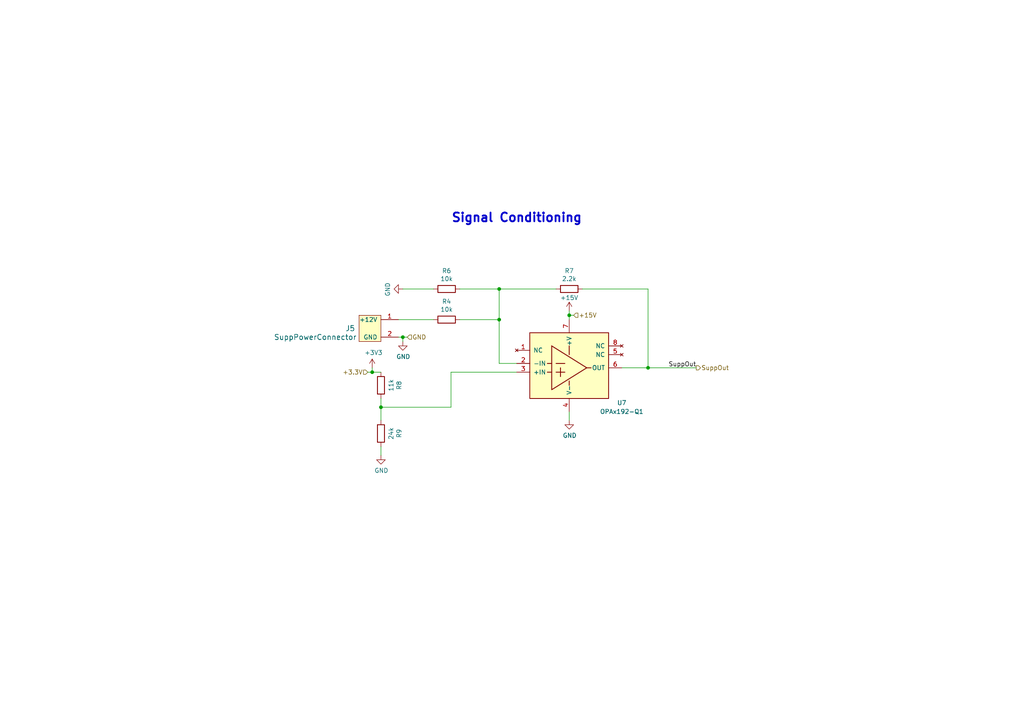
<source format=kicad_sch>
(kicad_sch (version 20230121) (generator eeschema)
  (paper "A4")
  (lib_symbols
    (symbol "Device:R" (pin_numbers hide) (pin_names (offset 0))
      (property "Reference" "R" (at 2.032 0 90))
      (property "Value" "R" (at 0 0 90))
      (symbol "R_0_1"
        (rectangle (start -1.016 -2.54) (end 1.016 2.54) (stroke (width 0.254)))
      )
      (symbol "R_1_1"
        (pin passive line (at 0 3.81 270) (length 1.27) (name "~") (number "1"))
        (pin passive line (at 0 -3.81 90) (length 1.27) (name "~") (number "2"))
      )
    )
    (symbol "Power-SupplementalMonitoringPCB-rescue:+3.3V-power" (power) (pin_names (offset 0))
      (property "Value" "+3.3V-power" (at 0 3.556 0))
      (symbol "+3.3V-power_0_1"
        (polyline (pts (xy -0.762 1.27) (xy 0 2.54)))
        (polyline (pts (xy 0 0) (xy 0 2.54)))
        (polyline (pts (xy 0 2.54) (xy 0.762 1.27)))
      )
      (symbol "+3.3V-power_1_1"
        (pin power_in line (at 0 0 90) (length 0) hide (name "+3V3") (number "1"))
      )
    )
    (symbol "Power-SupplementalMonitoringPCB-rescue:CarPowerConnector-utsvt-connectors" (pin_names (offset 1.016))
      (property "Reference" "J" (at 0 -5.08 0))
      (property "Value" "utsvt-connectors_CarPowerConnector" (at 0 5.08 0))
      (symbol "CarPowerConnector-utsvt-connectors_0_1"
        (rectangle (start 2.54 3.81) (end -3.81 -3.81) (fill (type background)))
      )
      (symbol "CarPowerConnector-utsvt-connectors_1_1"
        (pin power_out line (at 7.62 2.54 180) (length 5.08) (name "+12V") (number "1"))
        (pin power_out line (at 7.62 -2.54 180) (length 5.08) (name "GND") (number "2"))
      )
    )
    (symbol "Power-SupplementalMonitoringPCB-rescue:OPAx192-Q1-utsvt-chips" (pin_names (offset 1.016))
      (property "Reference" "U" (at 0 2.54 0))
      (property "Value" "utsvt-chips_OPAx192-Q1" (at 0 0 0))
      (symbol "OPAx192-Q1-utsvt-chips_0_1"
        (rectangle (start -11.43 35.56) (end 11.43 16.51) (stroke (width 0.254)) (fill (type background)))
        (polyline (pts (xy -6.35 24.13) (xy -5.08 24.13)) (stroke (width 0.254)))
        (polyline (pts (xy -6.35 26.67) (xy -5.08 26.67)) (stroke (width 0.254)))
        (polyline (pts (xy -3.81 26.67) (xy -1.27 26.67)) (stroke (width 0.254)))
        (polyline (pts (xy -2.54 25.4) (xy -2.54 22.86)) (stroke (width 0.254)))
        (polyline (pts (xy 0 20.32) (xy 0 21.59)) (stroke (width 0.254)))
        (polyline (pts (xy 0 31.75) (xy 0 29.21)) (stroke (width 0.254)))
        (polyline (pts (xy 5.08 25.4) (xy 6.35 25.4)) (stroke (width 0.254)))
        (polyline (pts (xy -5.08 31.75) (xy -5.08 19.05) (xy 5.08 25.4) (xy -5.08 31.75)) (stroke (width 0.254)))
        (polyline (pts (xy -2.54 24.13) (xy -3.81 24.13) (xy -2.54 24.13) (xy -1.27 24.13)) (stroke (width 0.254)))
      )
      (symbol "OPAx192-Q1-utsvt-chips_1_1"
        (pin no_connect line (at -15.24 30.48 0) (length 3.81) (name "NC") (number "1"))
        (pin input line (at -15.24 26.67 0) (length 3.81) (name "-IN") (number "2"))
        (pin input line (at -15.24 24.13 0) (length 3.81) (name "+IN") (number "3"))
        (pin power_in line (at 0 12.7 90) (length 3.81) (name "V-") (number "4"))
        (pin no_connect line (at 15.24 29.21 180) (length 3.81) (name "NC") (number "5"))
        (pin output line (at 15.24 25.4 180) (length 3.81) (name "OUT") (number "6"))
        (pin power_in line (at 0 39.37 270) (length 3.81) (name "+V") (number "7"))
        (pin no_connect line (at 15.24 31.75 180) (length 3.81) (name "NC") (number "8"))
      )
    )
    (symbol "power:+15V" (power) (pin_names (offset 0))
      (property "Value" "+15V" (at 0 3.556 0))
      (symbol "+15V_0_1"
        (polyline (pts (xy -0.762 1.27) (xy 0 2.54)))
        (polyline (pts (xy 0 0) (xy 0 2.54)))
        (polyline (pts (xy 0 2.54) (xy 0.762 1.27)))
      )
      (symbol "+15V_1_1"
        (pin power_in line (at 0 0 90) (length 0) hide (name "+15V") (number "1"))
      )
    )
    (symbol "power:GND" (power) (pin_names (offset 0))
      (property "Value" "GND" (at 0 -3.81 0))
      (symbol "GND_0_1"
        (polyline (pts (xy 0 0) (xy 0 -1.27) (xy 1.27 -1.27) (xy 0 -2.54) (xy -1.27 -1.27) (xy 0 -1.27)))
      )
      (symbol "GND_1_1"
        (pin power_in line (at 0 0 270) (length 0) hide (name "GND") (number "1"))
      )
    )
  )
  (junction (at 144.78 92.71))
  (junction (at 107.95 107.95))
  (junction (at 187.96 106.68))
  (junction (at 165.1 91.44))
  (junction (at 110.49 118.11))
  (junction (at 116.84 97.79))
  (junction (at 144.78 83.82))
  (wire (pts (xy 168.91 83.82) (xy 187.96 83.82)))
  (wire (pts (xy 130.81 107.95) (xy 149.86 107.95)))
  (wire (pts (xy 187.96 106.68) (xy 180.34 106.68)))
  (wire (pts (xy 165.1 91.44) (xy 165.1 90.17)))
  (wire (pts (xy 110.49 132.08) (xy 110.49 129.54)))
  (wire (pts (xy 107.95 107.95) (xy 106.68 107.95)))
  (wire (pts (xy 110.49 107.95) (xy 107.95 107.95)))
  (wire (pts (xy 144.78 83.82) (xy 144.78 92.71)))
  (wire (pts (xy 125.73 92.71) (xy 115.57 92.71)))
  (wire (pts (xy 110.49 118.11) (xy 110.49 115.57)))
  (wire (pts (xy 133.35 83.82) (xy 144.78 83.82)))
  (wire (pts (xy 165.1 91.44) (xy 165.1 92.71)))
  (wire (pts (xy 110.49 121.92) (xy 110.49 118.11)))
  (wire (pts (xy 118.11 97.79) (xy 116.84 97.79)))
  (wire (pts (xy 110.49 118.11) (xy 130.81 118.11)))
  (wire (pts (xy 125.73 83.82) (xy 116.84 83.82)))
  (wire (pts (xy 144.78 83.82) (xy 161.29 83.82)))
  (wire (pts (xy 130.81 118.11) (xy 130.81 107.95)))
  (wire (pts (xy 144.78 92.71) (xy 133.35 92.71)))
  (wire (pts (xy 144.78 92.71) (xy 144.78 105.41)))
  (wire (pts (xy 107.95 107.95) (xy 107.95 106.68)))
  (wire (pts (xy 165.1 119.38) (xy 165.1 121.92)))
  (wire (pts (xy 187.96 83.82) (xy 187.96 106.68)))
  (wire (pts (xy 115.57 97.79) (xy 116.84 97.79)))
  (wire (pts (xy 187.96 106.68) (xy 201.93 106.68)))
  (wire (pts (xy 116.84 97.79) (xy 116.84 99.06)))
  (wire (pts (xy 165.1 91.44) (xy 166.37 91.44)))
  (wire (pts (xy 144.78 105.41) (xy 149.86 105.41)))
  (text "Signal Conditioning" (at 130.81 64.77 0) (effects (font (size 2.54 2.54) (thickness 0.508) bold) (justify left bottom)))
  (label "SuppOut" (at 201.93 106.68 180))
  (hierarchical_label "SuppOut" (shape output) (at 201.93 106.68 0))
  (hierarchical_label "+3.3V" (shape input) (at 106.68 107.95 180))
  (hierarchical_label "+15V" (shape input) (at 166.37 91.44 0))
  (hierarchical_label "GND" (shape input) (at 118.11 97.79 0))
  (symbol (lib_id "Power-SupplementalMonitoringPCB-rescue:CarPowerConnector-utsvt-connectors") (at 107.95 95.25 0) (unit 1)
    (property "Reference" "J5" (at 101.6 95.25 0) (effects (font (size 1.524 1.524))))
    (property "Value" "SuppPowerConnector" (at 91.44 97.79 0) (effects (font (size 1.524 1.524))))
    (property "Footprint" "UTSVT_Connectors:Molex_MicroFit3.0_1x2xP3.00mm_PolarizingPeg_Vertical" (effects hide))
  )
  (symbol (lib_id "Device:R") (at 129.54 92.71 270) (unit 1)
    (property "Reference" "R4" (at 129.54 87.4522 90))
    (property "Value" "10k" (at 129.54 89.7636 90))
    (property "Footprint" "Resistor_SMD:R_0805_2012Metric" (effects hide))
  )
  (symbol (lib_id "Device:R") (at 165.1 83.82 270) (unit 1)
    (property "Reference" "R7" (at 165.1 78.5622 90))
    (property "Value" "2.2k" (at 165.1 80.8736 90))
    (property "Footprint" "Resistor_SMD:R_0805_2012Metric" (effects hide))
  )
  (symbol (lib_id "power:+15V") (at 165.1 90.17 0) (unit 1)
    (property "Reference" "#PWR051" (effects hide))
    (property "Value" "+15V" (at 165.1 86.36 0))
  )
  (symbol (lib_id "power:GND") (at 116.84 99.06 0) (unit 1)
    (property "Reference" "#PWR034" (effects hide))
    (property "Value" "GND" (at 116.967 103.4542 0))
  )
  (symbol (lib_id "Device:R") (at 110.49 111.76 180) (unit 1)
    (property "Reference" "R8" (at 115.7478 111.76 90))
    (property "Value" "11k" (at 113.4364 111.76 90))
    (property "Footprint" "Resistor_SMD:R_0805_2012Metric" (effects hide))
  )
  (symbol (lib_id "Device:R") (at 110.49 125.73 180) (unit 1)
    (property "Reference" "R9" (at 115.7478 125.73 90))
    (property "Value" "24k" (at 113.4364 125.73 90))
    (property "Footprint" "Resistor_SMD:R_0805_2012Metric" (effects hide))
  )
  (symbol (lib_id "power:GND") (at 110.49 132.08 0) (unit 1)
    (property "Reference" "#PWR05" (effects hide))
    (property "Value" "GND" (at 110.617 136.4742 0))
  )
  (symbol (lib_id "power:GND") (at 165.1 121.92 0) (unit 1)
    (property "Reference" "#PWR0103" (effects hide))
    (property "Value" "GND" (at 165.227 126.3142 0))
  )
  (symbol (lib_id "Device:R") (at 129.54 83.82 270) (unit 1)
    (property "Reference" "R6" (at 129.54 78.5622 90))
    (property "Value" "10k" (at 129.54 80.8736 90))
    (property "Footprint" "Resistor_SMD:R_0805_2012Metric" (effects hide))
  )
  (symbol (lib_id "power:GND") (at 116.84 83.82 270) (unit 1)
    (property "Reference" "#PWR0104" (effects hide))
    (property "Value" "GND" (at 112.4458 83.947 0))
  )
  (symbol (lib_id "Power-SupplementalMonitoringPCB-rescue:+3.3V-power") (at 107.95 106.68 0) (unit 1)
    (property "Reference" "#PWR0105" (effects hide))
    (property "Value" "+3.3V" (at 108.331 102.2858 0))
  )
  (symbol (lib_id "Power-SupplementalMonitoringPCB-rescue:OPAx192-Q1-utsvt-chips") (at 165.1 132.08 0) (unit 1)
    (property "Reference" "U7" (at 180.34 116.84 0))
    (property "Value" "OPAx192-Q1" (at 180.34 119.38 0))
    (property "Footprint" "Package_SO:VSSOP-8_3.0x3.0mm_P0.65mm" (effects hide))
    (property "Datasheet" "https://www.ti.com/lit/ds/symlink/opa2192-q1.pdf?ts=1607117833281" (effects hide))
  )
)
</source>
